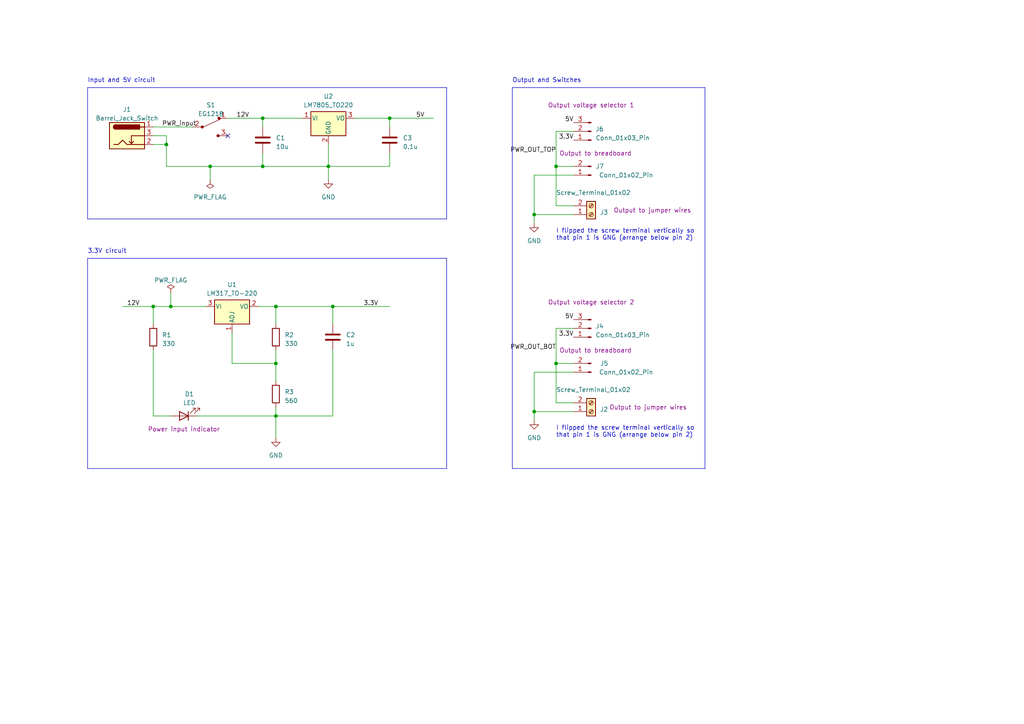
<source format=kicad_sch>
(kicad_sch (version 20231120) (generator "eeschema") (generator_version "8.0")
  (paper "A4")
  (title_block (title "Learning KiCad with a simple Project") (date "2024-10-23") (rev "${design_version}") (company "Minteligencia") (comment 1 "Breadboard Power Supply"))
  (lib_symbols
    (symbol "Connector:Barrel_Jack_Switch" (pin_names hide)
      (property "Reference" "J" (at 0 5.334 0))
      (property "Value" "Barrel_Jack_Switch" (at 0 -5.08 0))
      (symbol "Barrel_Jack_Switch_0_1"
        (rectangle (start -5.08 3.81) (end 5.08 -3.81) (stroke (width 0.254)) (fill (type background)))
        (arc (start -3.302 3.175) (mid -3.9343 2.54) (end -3.302 1.905) (stroke (width 0.254)))
        (arc (start -3.302 3.175) (mid -3.9343 2.54) (end -3.302 1.905) (stroke (width 0.254)) (fill (type outline)))
        (polyline (pts (xy 1.27 -2.286) (xy 1.905 -1.651)) (stroke (width 0.254)))
        (polyline (pts (xy 5.08 2.54) (xy 3.81 2.54)) (stroke (width 0.254)))
        (polyline (pts (xy 5.08 0) (xy 1.27 0) (xy 1.27 -2.286) (xy 0.635 -1.651)) (stroke (width 0.254)))
        (polyline (pts (xy -3.81 -2.54) (xy -2.54 -2.54) (xy -1.27 -1.27) (xy 0 -2.54) (xy 2.54 -2.54) (xy 5.08 -2.54)) (stroke (width 0.254)))
        (rectangle (start 3.683 3.175) (end -3.302 1.905) (stroke (width 0.254)) (fill (type outline)))
      )
      (symbol "Barrel_Jack_Switch_1_1"
        (pin passive line (at 7.62 2.54 180) (length 2.54) (name "~") (number "1"))
        (pin passive line (at 7.62 -2.54 180) (length 2.54) (name "~") (number "2"))
        (pin passive line (at 7.62 0 180) (length 2.54) (name "~") (number "3"))
      )
    )
    (symbol "Connector:Conn_01x02_Pin" (pin_names (offset 1.016) hide)
      (property "Reference" "J" (at 0 2.54 0))
      (property "Value" "Conn_01x02_Pin" (at 0 -5.08 0))
      (symbol "Conn_01x02_Pin_1_1"
        (polyline (pts (xy 1.27 -2.54) (xy 0.8636 -2.54)) (stroke (width 0.1524)))
        (polyline (pts (xy 1.27 0) (xy 0.8636 0)) (stroke (width 0.1524)))
        (rectangle (start 0.8636 -2.413) (end 0 -2.667) (stroke (width 0.1524)) (fill (type outline)))
        (rectangle (start 0.8636 0.127) (end 0 -0.127) (stroke (width 0.1524)) (fill (type outline)))
        (pin passive line (at 5.08 0 180) (length 3.81) (name "Pin_1") (number "1"))
        (pin passive line (at 5.08 -2.54 180) (length 3.81) (name "Pin_2") (number "2"))
      )
    )
    (symbol "Connector:Conn_01x03_Pin" (pin_names (offset 1.016) hide)
      (property "Reference" "J" (at 0 5.08 0))
      (property "Value" "Conn_01x03_Pin" (at 0 -5.08 0))
      (symbol "Conn_01x03_Pin_1_1"
        (polyline (pts (xy 1.27 -2.54) (xy 0.8636 -2.54)) (stroke (width 0.1524)))
        (polyline (pts (xy 1.27 0) (xy 0.8636 0)) (stroke (width 0.1524)))
        (polyline (pts (xy 1.27 2.54) (xy 0.8636 2.54)) (stroke (width 0.1524)))
        (rectangle (start 0.8636 -2.413) (end 0 -2.667) (stroke (width 0.1524)) (fill (type outline)))
        (rectangle (start 0.8636 0.127) (end 0 -0.127) (stroke (width 0.1524)) (fill (type outline)))
        (rectangle (start 0.8636 2.667) (end 0 2.413) (stroke (width 0.1524)) (fill (type outline)))
        (pin passive line (at 5.08 2.54 180) (length 3.81) (name "Pin_1") (number "1"))
        (pin passive line (at 5.08 0 180) (length 3.81) (name "Pin_2") (number "2"))
        (pin passive line (at 5.08 -2.54 180) (length 3.81) (name "Pin_3") (number "3"))
      )
    )
    (symbol "Connector:Screw_Terminal_01x02" (pin_names (offset 1.016) hide)
      (property "Reference" "J" (at 0 2.54 0))
      (property "Value" "Screw_Terminal_01x02" (at 0 -5.08 0))
      (symbol "Screw_Terminal_01x02_1_1"
        (rectangle (start -1.27 1.27) (end 1.27 -3.81) (stroke (width 0.254)) (fill (type background)))
        (circle (center 0 -2.54) (radius 0.635) (stroke (width 0.1524)))
        (polyline (pts (xy -0.5334 -2.2098) (xy 0.3302 -3.048)) (stroke (width 0.1524)))
        (polyline (pts (xy -0.5334 0.3302) (xy 0.3302 -0.508)) (stroke (width 0.1524)))
        (polyline (pts (xy -0.3556 -2.032) (xy 0.508 -2.8702)) (stroke (width 0.1524)))
        (polyline (pts (xy -0.3556 0.508) (xy 0.508 -0.3302)) (stroke (width 0.1524)))
        (circle (center 0 0) (radius 0.635) (stroke (width 0.1524)))
        (pin passive line (at -5.08 0 0) (length 3.81) (name "Pin_1") (number "1"))
        (pin passive line (at -5.08 -2.54 0) (length 3.81) (name "Pin_2") (number "2"))
      )
    )
    (symbol "Device:C" (pin_numbers hide) (pin_names (offset 0.254))
      (property "Reference" "C" (at 0.635 2.54 0))
      (property "Value" "C" (at 0.635 -2.54 0))
      (symbol "C_0_1"
        (polyline (pts (xy -2.032 -0.762) (xy 2.032 -0.762)) (stroke (width 0.508)))
        (polyline (pts (xy -2.032 0.762) (xy 2.032 0.762)) (stroke (width 0.508)))
      )
      (symbol "C_1_1"
        (pin passive line (at 0 3.81 270) (length 2.794) (name "~") (number "1"))
        (pin passive line (at 0 -3.81 90) (length 2.794) (name "~") (number "2"))
      )
    )
    (symbol "Device:LED" (pin_numbers hide) (pin_names (offset 1.016) hide)
      (property "Reference" "D" (at 0 2.54 0))
      (property "Value" "LED" (at 0 -2.54 0))
      (symbol "LED_0_1"
        (polyline (pts (xy -1.27 -1.27) (xy -1.27 1.27)) (stroke (width 0.254)))
        (polyline (pts (xy -1.27 0) (xy 1.27 0)))
        (polyline (pts (xy 1.27 -1.27) (xy 1.27 1.27) (xy -1.27 0) (xy 1.27 -1.27)) (stroke (width 0.254)))
        (polyline (pts (xy -3.048 -0.762) (xy -4.572 -2.286) (xy -3.81 -2.286) (xy -4.572 -2.286) (xy -4.572 -1.524)))
        (polyline (pts (xy -1.778 -0.762) (xy -3.302 -2.286) (xy -2.54 -2.286) (xy -3.302 -2.286) (xy -3.302 -1.524)))
      )
      (symbol "LED_1_1"
        (pin passive line (at -3.81 0 0) (length 2.54) (name "K") (number "1"))
        (pin passive line (at 3.81 0 180) (length 2.54) (name "A") (number "2"))
      )
    )
    (symbol "Device:R" (pin_numbers hide) (pin_names (offset 0))
      (property "Reference" "R" (at 2.032 0 90))
      (property "Value" "R" (at 0 0 90))
      (symbol "R_0_1"
        (rectangle (start -1.016 -2.54) (end 1.016 2.54) (stroke (width 0.254)))
      )
      (symbol "R_1_1"
        (pin passive line (at 0 3.81 270) (length 1.27) (name "~") (number "1"))
        (pin passive line (at 0 -3.81 90) (length 1.27) (name "~") (number "2"))
      )
    )
    (symbol "Regulator_Linear:LM317_TO-220" (pin_names (offset 0.254))
      (property "Reference" "U" (at -3.81 3.175 0))
      (property "Value" "LM317_TO-220" (at 0 3.175 0))
      (symbol "LM317_TO-220_0_1"
        (rectangle (start -5.08 1.905) (end 5.08 -5.08) (stroke (width 0.254)) (fill (type background)))
      )
      (symbol "LM317_TO-220_1_1"
        (pin input line (at 0 -7.62 90) (length 2.54) (name "ADJ") (number "1"))
        (pin power_out line (at 7.62 0 180) (length 2.54) (name "VO") (number "2"))
        (pin power_in line (at -7.62 0 0) (length 2.54) (name "VI") (number "3"))
      )
    )
    (symbol "Regulator_Linear:LM7805_TO220" (pin_names (offset 0.254))
      (property "Reference" "U" (at -3.81 3.175 0))
      (property "Value" "LM7805_TO220" (at 0 3.175 0))
      (symbol "LM7805_TO220_0_1"
        (rectangle (start -5.08 1.905) (end 5.08 -5.08) (stroke (width 0.254)) (fill (type background)))
      )
      (symbol "LM7805_TO220_1_1"
        (pin power_in line (at -7.62 0 0) (length 2.54) (name "VI") (number "1"))
        (pin power_in line (at 0 -7.62 90) (length 2.54) (name "GND") (number "2"))
        (pin power_out line (at 7.62 0 180) (length 2.54) (name "VO") (number "3"))
      )
    )
    (symbol "dk_Slide-Switches:EG1218" (pin_names (offset 0))
      (property "Reference" "S" (at -3.81 2.286 0))
      (property "Value" "EG1218" (at 0 -5.334 0))
      (symbol "EG1218_0_1"
        (circle (center -2.286 0) (radius 0.3556) (fill (type outline)))
        (polyline (pts (xy -2.032 0) (xy 3.048 2.286)))
        (circle (center 2.286 -2.54) (radius 0.3556) (fill (type outline)))
        (circle (center 2.54 2.54) (radius 0.3556) (fill (type outline)))
      )
      (symbol "EG1218_1_1"
        (pin passive line (at 5.08 2.54 180) (length 2.54) (name "~") (number "1"))
        (pin passive line (at -5.08 0 0) (length 2.54) (name "~") (number "2"))
        (pin passive line (at 5.08 -2.54 180) (length 2.54) (name "~") (number "3"))
      )
    )
    (symbol "power:GND" (power) (pin_names (offset 0))
      (property "Value" "GND" (at 0 -3.81 0))
      (symbol "GND_0_1"
        (polyline (pts (xy 0 0) (xy 0 -1.27) (xy 1.27 -1.27) (xy 0 -2.54) (xy -1.27 -1.27) (xy 0 -1.27)))
      )
      (symbol "GND_1_1"
        (pin power_in line (at 0 0 270) (length 0) hide (name "GND") (number "1"))
      )
    )
    (symbol "power:PWR_FLAG" (power) (pin_numbers hide) (pin_names (offset 0) hide)
      (property "Value" "PWR_FLAG" (at 0 3.81 0))
      (symbol "PWR_FLAG_0_0"
        (pin power_out line (at 0 0 90) (length 0) (name "pwr") (number "1"))
      )
      (symbol "PWR_FLAG_0_1"
        (polyline (pts (xy 0 0) (xy 0 1.27) (xy -1.016 1.905) (xy 0 2.54) (xy 1.016 1.905) (xy 0 1.27)))
      )
    )
  )
  (junction (at 161.29 105.41))
  (junction (at 60.96 48.26))
  (junction (at 76.2 34.29))
  (junction (at 49.53 88.9))
  (junction (at 154.94 62.23))
  (junction (at 113.03 34.29))
  (junction (at 48.26 41.91))
  (junction (at 96.52 88.9))
  (junction (at 44.45 88.9))
  (junction (at 80.01 105.41))
  (junction (at 154.94 119.38))
  (junction (at 76.2 48.26))
  (junction (at 80.01 88.9))
  (junction (at 95.25 48.26))
  (junction (at 80.01 120.65))
  (junction (at 161.29 48.26))
  (no_connect (at 66.04 39.37))
  (wire (pts (xy 74.93 88.9) (xy 80.01 88.9)))
  (polyline (pts (xy 129.54 135.89) (xy 25.4 135.89)))
  (wire (pts (xy 80.01 120.65) (xy 80.01 118.11)))
  (wire (pts (xy 154.94 119.38) (xy 166.37 119.38)))
  (wire (pts (xy 80.01 88.9) (xy 80.01 93.98)))
  (wire (pts (xy 166.37 95.25) (xy 161.29 95.25)))
  (wire (pts (xy 102.87 34.29) (xy 113.03 34.29)))
  (polyline (pts (xy 25.4 25.4) (xy 25.4 63.5)))
  (wire (pts (xy 95.25 41.91) (xy 95.25 48.26)))
  (wire (pts (xy 113.03 34.29) (xy 113.03 36.83)))
  (wire (pts (xy 67.31 105.41) (xy 80.01 105.41)))
  (polyline (pts (xy 148.59 25.4) (xy 204.47 25.4)))
  (wire (pts (xy 76.2 34.29) (xy 76.2 36.83)))
  (wire (pts (xy 113.03 44.45) (xy 113.03 48.26)))
  (wire (pts (xy 76.2 48.26) (xy 95.25 48.26)))
  (wire (pts (xy 96.52 101.6) (xy 96.52 120.65)))
  (wire (pts (xy 166.37 38.1) (xy 161.29 38.1)))
  (wire (pts (xy 44.45 120.65) (xy 49.53 120.65)))
  (wire (pts (xy 154.94 64.77) (xy 154.94 62.23)))
  (wire (pts (xy 48.26 39.37) (xy 48.26 41.91)))
  (wire (pts (xy 154.94 119.38) (xy 154.94 121.92)))
  (wire (pts (xy 96.52 88.9) (xy 113.03 88.9)))
  (wire (pts (xy 67.31 96.52) (xy 67.31 105.41)))
  (wire (pts (xy 166.37 105.41) (xy 161.29 105.41)))
  (wire (pts (xy 44.45 101.6) (xy 44.45 120.65)))
  (wire (pts (xy 161.29 38.1) (xy 161.29 48.26)))
  (wire (pts (xy 48.26 41.91) (xy 48.26 48.26)))
  (wire (pts (xy 44.45 41.91) (xy 48.26 41.91)))
  (wire (pts (xy 166.37 50.8) (xy 154.94 50.8)))
  (wire (pts (xy 154.94 62.23) (xy 166.37 62.23)))
  (wire (pts (xy 166.37 116.84) (xy 161.29 116.84)))
  (polyline (pts (xy 25.4 25.4) (xy 129.54 25.4)))
  (wire (pts (xy 96.52 120.65) (xy 80.01 120.65)))
  (polyline (pts (xy 148.59 25.4) (xy 148.59 135.89)))
  (polyline (pts (xy 25.4 74.93) (xy 129.54 74.93)))
  (wire (pts (xy 66.04 34.29) (xy 76.2 34.29)))
  (wire (pts (xy 161.29 116.84) (xy 161.29 105.41)))
  (wire (pts (xy 44.45 88.9) (xy 49.53 88.9)))
  (wire (pts (xy 44.45 39.37) (xy 48.26 39.37)))
  (wire (pts (xy 60.96 48.26) (xy 60.96 52.07)))
  (wire (pts (xy 44.45 88.9) (xy 44.45 93.98)))
  (wire (pts (xy 161.29 59.69) (xy 166.37 59.69)))
  (wire (pts (xy 154.94 107.95) (xy 154.94 119.38)))
  (polyline (pts (xy 129.54 74.93) (xy 129.54 135.89)))
  (wire (pts (xy 76.2 34.29) (xy 87.63 34.29)))
  (polyline (pts (xy 148.59 135.89) (xy 204.47 135.89)))
  (wire (pts (xy 60.96 48.26) (xy 76.2 48.26)))
  (wire (pts (xy 80.01 101.6) (xy 80.01 105.41)))
  (wire (pts (xy 49.53 85.09) (xy 49.53 88.9)))
  (wire (pts (xy 113.03 48.26) (xy 95.25 48.26)))
  (polyline (pts (xy 25.4 74.93) (xy 25.4 135.89)))
  (wire (pts (xy 161.29 95.25) (xy 161.29 105.41)))
  (wire (pts (xy 80.01 105.41) (xy 80.01 110.49)))
  (wire (pts (xy 57.15 120.65) (xy 80.01 120.65)))
  (wire (pts (xy 44.45 36.83) (xy 55.88 36.83)))
  (wire (pts (xy 49.53 88.9) (xy 59.69 88.9)))
  (wire (pts (xy 166.37 107.95) (xy 154.94 107.95)))
  (wire (pts (xy 96.52 88.9) (xy 96.52 93.98)))
  (polyline (pts (xy 129.54 63.5) (xy 25.4 63.5)))
  (polyline (pts (xy 204.47 135.89) (xy 204.47 25.4)))
  (wire (pts (xy 95.25 48.26) (xy 95.25 52.07)))
  (polyline (pts (xy 129.54 25.4) (xy 129.54 63.5)))
  (wire (pts (xy 113.03 34.29) (xy 125.73 34.29)))
  (wire (pts (xy 166.37 48.26) (xy 161.29 48.26)))
  (wire (pts (xy 35.56 88.9) (xy 44.45 88.9)))
  (wire (pts (xy 80.01 120.65) (xy 80.01 127)))
  (wire (pts (xy 80.01 88.9) (xy 96.52 88.9)))
  (wire (pts (xy 76.2 44.45) (xy 76.2 48.26)))
  (wire (pts (xy 48.26 48.26) (xy 60.96 48.26)))
  (wire (pts (xy 154.94 50.8) (xy 154.94 62.23)))
  (wire (pts (xy 161.29 48.26) (xy 161.29 59.69)))
  (text "Output and Switches" (at 148.59 24.13 0) (effects (font (size 1.27 1.27)) (justify left bottom)))
  (text "3.3V circuit" (at 25.4 73.66 0) (effects (font (size 1.27 1.27)) (justify left bottom)))
  (text "Input and 5V circuit" (at 25.4 24.13 0) (effects (font (size 1.27 1.27)) (justify left bottom)))
  (text "I flipped the screw terminal vertically so\nthat pin 1 is GNG (arrange below pin 2)" (at 161.29 69.85 0) (effects (font (size 1.27 1.27)) (justify left bottom)))
  (text "I flipped the screw terminal vertically so\nthat pin 1 is GNG (arrange below pin 2)" (at 161.29 127 0) (effects (font (size 1.27 1.27)) (justify left bottom)))
  (label "3.3V" (at 166.37 40.64 180))
  (label "5V" (at 166.37 92.71 180))
  (label "5V" (at 120.65 34.29 0))
  (label "3.3V" (at 166.37 97.79 180))
  (label "12V" (at 68.58 34.29 0))
  (label "3.3V" (at 105.41 88.9 0))
  (label "PWR_input" (at 46.99 36.83 0))
  (label "5V" (at 166.37 35.56 180))
  (label "PWR_OUT_TOP" (at 161.29 44.45 180))
  (label "PWR_OUT_BOT" (at 161.29 101.6 180))
  (label "12V" (at 36.83 88.9 0))
  (symbol (lib_id "Regulator_Linear:LM7805_TO220") (at 95.25 34.29 0) (unit 1)
    (property "Reference" "U2" (at 95.25 27.94 0))
    (property "Value" "LM7805_TO220" (at 95.25 30.48 0))
    (property "Footprint" "Package_TO_SOT_THT:TO-220-3_Vertical" (effects (hide yes)))
    (property "Datasheet" "https://www.onsemi.cn/PowerSolutions/document/MC7800-D.PDF" (effects (hide yes)))
  )
  (symbol (lib_id "Device:C") (at 113.03 40.64 0) (unit 1)
    (property "Reference" "C3" (at 116.84 40.005 0) (effects (justify left)))
    (property "Value" "0.1u" (at 116.84 42.545 0) (effects (justify left)))
    (property "Footprint" "Capacitor_THT:C_Disc_D3.0mm_W1.6mm_P2.50mm" (effects (hide yes)))
  )
  (symbol (lib_id "power:GND") (at 154.94 64.77 0) (unit 1)
    (property "Reference" "#PWR03" (effects (hide yes)))
    (property "Value" "GND" (at 154.94 69.85 0))
  )
  (symbol (lib_id "Connector:Conn_01x02_Pin") (at 171.45 107.95 180) (unit 1)
    (property "Reference" "J5" (at 175.26 105.41 0))
    (property "Value" "Conn_01x02_Pin" (at 181.61 107.95 0))
    (property "Footprint" "Connector_PinHeader_2.54mm:PinHeader_1x02_P2.54mm_Vertical" (effects (hide yes)))
    (property "Purpose" "Output to breadboard" (at 172.72 101.6 0))
  )
  (symbol (lib_id "Connector:Conn_01x03_Pin") (at 171.45 38.1 180) (unit 1)
    (property "Reference" "J6" (at 172.72 37.465 0) (effects (justify right)))
    (property "Value" "Conn_01x03_Pin" (at 172.72 40.005 0) (effects (justify right)))
    (property "Footprint" "Connector_PinHeader_2.54mm:PinHeader_1x03_P2.54mm_Vertical" (effects (hide yes)))
    (property "Purpose" "Output voltage selector 1" (at 171.45 30.48 0))
  )
  (symbol (lib_id "Connector:Conn_01x02_Pin") (at 171.45 50.8 180) (unit 1)
    (property "Reference" "J7" (at 173.99 48.26 0))
    (property "Value" "Conn_01x02_Pin" (at 181.61 50.8 0))
    (property "Footprint" "Connector_PinHeader_2.54mm:PinHeader_1x02_P2.54mm_Vertical" (effects (hide yes)))
    (property "Purpose" "Output to breadboard" (at 172.72 44.45 0))
  )
  (symbol (lib_id "dk_Slide-Switches:EG1218") (at 60.96 36.83 0) (unit 1)
    (property "Reference" "S1" (at 61.1632 30.48 0))
    (property "Value" "EG1218" (at 61.1632 33.02 0))
    (property "Footprint" "digikey-footprints:Switch_Slide_11.6x4mm_EG1218" (effects (hide yes)))
    (property "Datasheet" "http://spec_sheets.e-switch.com/specs/P040040.pdf" (effects (hide yes)))
    (property "Description" "SWITCH SLIDE SPDT 200MA 30V" (effects (hide yes)))
    (property "Digi-Key_PN" "EG1903-ND" (effects (hide yes)))
    (property "MPN" "EG1218" (effects (hide yes)))
    (property "Category" "Switches" (effects (hide yes)))
    (property "Family" "Slide Switches" (effects (hide yes)))
    (property "DK_Datasheet_Link" "http://spec_sheets.e-switch.com/specs/P040040.pdf" (effects (hide yes)))
    (property "DK_Detail_Page" "/product-detail/en/e-switch/EG1218/EG1903-ND/101726" (effects (hide yes)))
    (property "Manufacturer" "E-Switch" (effects (hide yes)))
    (property "Status" "Active" (effects (hide yes)))
  )
  (symbol (lib_id "power:PWR_FLAG") (at 49.53 85.09 0) (unit 1)
    (property "Reference" "#FLG02" (effects (hide yes)))
    (property "Value" "PWR_FLAG" (at 49.53 81.28 0))
  )
  (symbol (lib_id "Connector:Conn_01x03_Pin") (at 171.45 95.25 180) (unit 1)
    (property "Reference" "J4" (at 172.72 94.615 0) (effects (justify right)))
    (property "Value" "Conn_01x03_Pin" (at 172.72 97.155 0) (effects (justify right)))
    (property "Footprint" "Connector_PinHeader_2.54mm:PinHeader_1x03_P2.54mm_Vertical" (effects (hide yes)))
    (property "Purpose" "Output voltage selector 2" (at 171.45 87.63 0))
  )
  (symbol (lib_id "Connector:Screw_Terminal_01x02") (at 171.45 62.23 0) (mirror x) (unit 1)
    (property "Reference" "J3" (at 173.99 61.595 0) (effects (justify left)))
    (property "Value" "Screw_Terminal_01x02" (at 161.29 55.88 0) (effects (justify left)))
    (property "Footprint" "TerminalBlock:TerminalBlock_bornier-2_P5.08mm" (effects (hide yes)))
    (property "Purpose" "Output to jumper wires" (at 189.23 60.96 0))
  )
  (symbol (lib_id "Device:R") (at 80.01 97.79 180) (unit 1)
    (property "Reference" "R2" (at 82.55 97.155 0) (effects (justify right)))
    (property "Value" "330" (at 82.55 99.695 0) (effects (justify right)))
    (property "Footprint" "Resistor_THT:R_Axial_DIN0204_L3.6mm_D1.6mm_P7.62mm_Horizontal" (effects (hide yes)))
  )
  (symbol (lib_id "Device:R") (at 44.45 97.79 180) (unit 1)
    (property "Reference" "R1" (at 46.99 97.155 0) (effects (justify right)))
    (property "Value" "330" (at 46.99 99.695 0) (effects (justify right)))
    (property "Footprint" "Resistor_THT:R_Axial_DIN0204_L3.6mm_D1.6mm_P7.62mm_Horizontal" (effects (hide yes)))
  )
  (symbol (lib_id "Connector:Barrel_Jack_Switch") (at 36.83 39.37 0) (unit 1)
    (property "Reference" "J1" (at 36.83 31.75 0))
    (property "Value" "Barrel_Jack_Switch" (at 36.83 34.29 0))
    (property "Footprint" "Connector_BarrelJack:BarrelJack_Horizontal" (effects (hide yes)))
  )
  (symbol (lib_id "Connector:Screw_Terminal_01x02") (at 171.45 119.38 0) (mirror x) (unit 1)
    (property "Reference" "J2" (at 173.99 118.745 0) (effects (justify left)))
    (property "Value" "Screw_Terminal_01x02" (at 161.29 113.03 0) (effects (justify left)))
    (property "Footprint" "TerminalBlock:TerminalBlock_bornier-2_P5.08mm" (effects (hide yes)))
    (property "Purpose" "Output to jumper wires" (at 187.96 118.11 0))
  )
  (symbol (lib_id "power:GND") (at 80.01 127 0) (unit 1)
    (property "Reference" "#PWR02" (effects (hide yes)))
    (property "Value" "GND" (at 80.01 132.08 0))
  )
  (symbol (lib_id "Device:C") (at 76.2 40.64 0) (unit 1)
    (property "Reference" "C1" (at 80.01 40.005 0) (effects (justify left)))
    (property "Value" "10u" (at 80.01 42.545 0) (effects (justify left)))
    (property "Footprint" "Capacitor_THT:C_Disc_D3.0mm_W1.6mm_P2.50mm" (effects (hide yes)))
  )
  (symbol (lib_id "Device:LED") (at 53.34 120.65 180) (unit 1)
    (property "Reference" "D1" (at 54.9275 114.3 0))
    (property "Value" "LED" (at 54.9275 116.84 0))
    (property "Footprint" "LED_THT:LED_D5.0mm" (effects (hide yes)))
    (property "Purpose" "Power input indicator" (at 53.34 124.46 0))
  )
  (symbol (lib_id "Device:R") (at 80.01 114.3 180) (unit 1)
    (property "Reference" "R3" (at 82.55 113.665 0) (effects (justify right)))
    (property "Value" "560" (at 82.55 116.205 0) (effects (justify right)))
    (property "Footprint" "Resistor_THT:R_Axial_DIN0204_L3.6mm_D1.6mm_P7.62mm_Horizontal" (effects (hide yes)))
  )
  (symbol (lib_id "power:GND") (at 95.25 52.07 0) (unit 1)
    (property "Reference" "#PWR01" (effects (hide yes)))
    (property "Value" "GND" (at 95.25 57.15 0))
  )
  (symbol (lib_id "Device:C") (at 96.52 97.79 0) (unit 1)
    (property "Reference" "C2" (at 100.33 97.155 0) (effects (justify left)))
    (property "Value" "1u" (at 100.33 99.695 0) (effects (justify left)))
    (property "Footprint" "Capacitor_THT:C_Disc_D3.0mm_W1.6mm_P2.50mm" (effects (hide yes)))
  )
  (symbol (lib_id "power:GND") (at 154.94 121.92 0) (unit 1)
    (property "Reference" "#PWR04" (effects (hide yes)))
    (property "Value" "GND" (at 154.94 127 0))
  )
  (symbol (lib_id "Regulator_Linear:LM317_TO-220") (at 67.31 88.9 0) (unit 1)
    (property "Reference" "U1" (at 67.31 82.55 0))
    (property "Value" "LM317_TO-220" (at 67.31 85.09 0))
    (property "Footprint" "Package_TO_SOT_THT:TO-220-3_Vertical" (effects (hide yes)))
    (property "Datasheet" "http://www.ti.com/lit/ds/symlink/lm317.pdf" (effects (hide yes)))
  )
  (symbol (lib_id "power:PWR_FLAG") (at 60.96 52.07 180) (unit 1)
    (property "Reference" "#FLG01" (effects (hide yes)))
    (property "Value" "PWR_FLAG" (at 60.96 57.15 0))
  )
)
</source>
